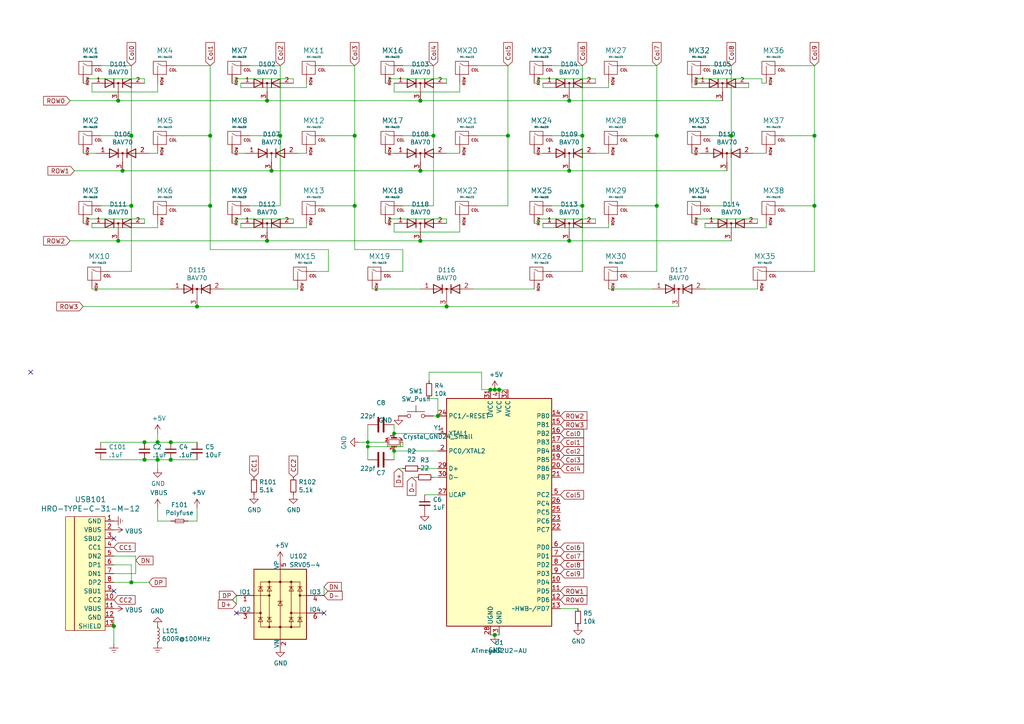
<source format=kicad_sch>
(kicad_sch (version 20220103) (generator eeschema)
  (paper "A4")
  (junction (at 77.47 69.85) (diameter 1.016))
  (junction (at 168.91 59.69) (diameter 1.016))
  (junction (at 81.28 39.37) (diameter 1.016))
  (junction (at 121.92 29.21) (diameter 1.016))
  (junction (at 38.1 168.91) (diameter 1.016))
  (junction (at 78.74 49.53) (diameter 1.016))
  (junction (at 38.1 59.69) (diameter 1.016))
  (junction (at 102.87 39.37) (diameter 1.016))
  (junction (at 45.72 133.35) (diameter 1.016))
  (junction (at 114.3 130.81))
  (junction (at 190.5 39.37) (diameter 1.016))
  (junction (at 168.91 39.37) (diameter 1.016))
  (junction (at 106.68 129.54))
  (junction (at 114.3 125.73))
  (junction (at 212.09 39.37) (diameter 1.016))
  (junction (at 60.96 59.69) (diameter 1.016))
  (junction (at 129.54 88.9) (diameter 1.016))
  (junction (at 144.78 113.03) (diameter 1.016))
  (junction (at 165.1 29.21) (diameter 1.016))
  (junction (at 106.68 128.27))
  (junction (at 165.1 69.85) (diameter 1.016))
  (junction (at 121.92 69.85) (diameter 1.016))
  (junction (at 236.22 59.69) (diameter 1.016))
  (junction (at 45.72 128.27) (diameter 1.016))
  (junction (at 77.47 29.21) (diameter 1.016))
  (junction (at 143.51 184.15) (diameter 1.016))
  (junction (at 143.51 113.03) (diameter 1.016))
  (junction (at 57.15 88.9) (diameter 1.016))
  (junction (at 102.87 59.69) (diameter 1.016))
  (junction (at 34.29 69.85) (diameter 1.016))
  (junction (at 142.24 113.03) (diameter 1.016))
  (junction (at 41.91 133.35) (diameter 1.016))
  (junction (at 127 120.65) (diameter 1.016))
  (junction (at 35.56 49.53) (diameter 1.016))
  (junction (at 236.22 39.37) (diameter 1.016))
  (junction (at 38.1 39.37) (diameter 1.016))
  (junction (at 49.53 133.35) (diameter 1.016))
  (junction (at 60.96 39.37) (diameter 1.016))
  (junction (at 147.32 39.37) (diameter 1.016))
  (junction (at 41.91 128.27) (diameter 1.016))
  (junction (at 34.29 29.21) (diameter 1.016))
  (junction (at 165.1 49.53) (diameter 1.016))
  (junction (at 125.73 39.37) (diameter 1.016))
  (junction (at 49.53 128.27) (diameter 1.016))
  (junction (at 33.02 181.61) (diameter 1.016))
  (junction (at 190.5 59.69) (diameter 1.016))
  (junction (at 121.92 49.53) (diameter 1.016))
  (no_connect (at 33.02 171.45))
  (no_connect (at 8.89 107.95))
  (no_connect (at -24.13 93.98))
  (no_connect (at 68.58 177.8))
  (no_connect (at 93.98 177.8))
  (no_connect (at 33.02 156.21))
  (wire (pts (xy 34.29 69.85) (xy 77.47 69.85)))
  (wire (pts (xy 160.02 39.37) (xy 168.91 39.37)))
  (wire (pts (xy 113.03 22.86) (xy 129.54 22.86)))
  (wire (pts (xy 33.02 179.07) (xy 33.02 181.61)))
  (wire (pts (xy 116.84 72.39) (xy 102.87 72.39)))
  (wire (pts (xy 24.13 64.77) (xy 25.4 64.77)))
  (wire (pts (xy 165.1 29.21) (xy 209.55 29.21)))
  (wire (pts (xy 222.25 64.77) (xy 222.25 66.04)))
  (wire (pts (xy 25.4 24.13) (xy 25.4 22.86)))
  (wire (pts (xy 86.36 44.45) (xy 88.9 44.45)))
  (wire (pts (xy 156.21 64.77) (xy 156.21 63.5)))
  (wire (pts (xy 160.02 19.05) (xy 168.91 19.05)))
  (wire (pts (xy 45.72 135.89) (xy 45.72 133.35)))
  (wire (pts (xy 157.48 44.45) (xy 154.94 44.45)))
  (wire (pts (xy 168.91 39.37) (xy 168.91 59.69)))
  (wire (pts (xy 45.72 151.13) (xy 49.53 151.13)))
  (wire (pts (xy 49.53 133.35) (xy 45.72 133.35)))
  (wire (pts (xy 114.3 26.67) (xy 114.3 24.13)))
  (wire (pts (xy 124.46 110.49) (xy 124.46 107.95)))
  (wire (pts (xy 45.72 26.67) (xy 26.67 26.67)))
  (wire (pts (xy 157.48 66.04) (xy 157.48 64.77)))
  (wire (pts (xy 121.92 69.85) (xy 165.1 69.85)))
  (wire (pts (xy 69.85 66.04) (xy 69.85 64.77)))
  (wire (pts (xy 45.72 128.27) (xy 49.53 128.27)))
  (wire (pts (xy 115.57 135.89) (xy 116.84 135.89)))
  (wire (pts (xy 125.73 19.05) (xy 125.73 39.37)))
  (wire (pts (xy 222.25 24.13) (xy 220.98 24.13)))
  (wire (pts (xy 154.94 24.13) (xy 156.21 24.13)))
  (wire (pts (xy 138.43 19.05) (xy 147.32 19.05)))
  (wire (pts (xy 116.84 19.05) (xy 125.73 19.05)))
  (wire (pts (xy 38.1 163.83) (xy 38.1 168.91)))
  (wire (pts (xy 204.47 83.82) (xy 219.71 83.82)))
  (wire (pts (xy 139.7 107.95) (xy 139.7 113.03)))
  (wire (pts (xy 93.98 170.18) (xy 93.98 172.72)))
  (wire (pts (xy 24.13 44.45) (xy 27.94 44.45)))
  (wire (pts (xy 25.4 22.86) (xy 41.91 22.86)))
  (wire (pts (xy 172.72 63.5) (xy 172.72 64.77)))
  (wire (pts (xy 26.67 66.04) (xy 26.67 64.77)))
  (wire (pts (xy 160.02 78.74) (xy 168.91 78.74)))
  (wire (pts (xy 106.68 123.19) (xy 106.68 128.27)))
  (wire (pts (xy 72.39 19.05) (xy 81.28 19.05)))
  (wire (pts (xy 176.53 83.82) (xy 189.23 83.82)))
  (wire (pts (xy 201.93 63.5) (xy 219.71 63.5)))
  (wire (pts (xy 77.47 29.21) (xy 121.92 29.21)))
  (wire (pts (xy 69.85 25.4) (xy 69.85 24.13)))
  (wire (pts (xy 57.15 147.32) (xy 57.15 151.13)))
  (wire (pts (xy 114.3 125.73) (xy 127 125.73)))
  (wire (pts (xy 68.58 24.13) (xy 68.58 22.86)))
  (wire (pts (xy 24.13 88.9) (xy 57.15 88.9)))
  (wire (pts (xy 133.35 64.77) (xy 133.35 67.31)))
  (wire (pts (xy 123.19 143.51) (xy 127 143.51)))
  (wire (pts (xy 116.84 128.27) (xy 116.84 129.54)))
  (wire (pts (xy 49.53 128.27) (xy 57.15 128.27)))
  (wire (pts (xy 156.21 22.86) (xy 172.72 22.86)))
  (wire (pts (xy 172.72 22.86) (xy 172.72 24.13)))
  (wire (pts (xy 106.68 128.27) (xy 106.68 129.54)))
  (wire (pts (xy 181.61 39.37) (xy 190.5 39.37)))
  (wire (pts (xy 45.72 64.77) (xy 45.72 66.04)))
  (wire (pts (xy 85.09 22.86) (xy 85.09 24.13)))
  (wire (pts (xy 165.1 69.85) (xy 212.09 69.85)))
  (wire (pts (xy 222.25 66.04) (xy 204.47 66.04)))
  (wire (pts (xy 201.93 64.77) (xy 201.93 63.5)))
  (wire (pts (xy 113.03 64.77) (xy 113.03 63.5)))
  (wire (pts (xy 212.09 59.69) (xy 212.09 39.37)))
  (wire (pts (xy 138.43 39.37) (xy 147.32 39.37)))
  (wire (pts (xy 160.02 59.69) (xy 168.91 59.69)))
  (wire (pts (xy 29.21 59.69) (xy 38.1 59.69)))
  (wire (pts (xy 31.75 78.74) (xy 38.1 78.74)))
  (wire (pts (xy 38.1 59.69) (xy 38.1 78.74)))
  (wire (pts (xy 38.1 19.05) (xy 38.1 39.37)))
  (wire (pts (xy 190.5 59.69) (xy 190.5 78.74)))
  (wire (pts (xy 168.91 59.69) (xy 168.91 78.74)))
  (wire (pts (xy 60.96 19.05) (xy 60.96 39.37)))
  (wire (pts (xy 25.4 64.77) (xy 25.4 63.5)))
  (wire (pts (xy 45.72 24.13) (xy 45.72 26.67)))
  (wire (pts (xy 201.93 22.86) (xy 201.93 24.13)))
  (wire (pts (xy 200.66 64.77) (xy 201.93 64.77)))
  (wire (pts (xy 88.9 66.04) (xy 69.85 66.04)))
  (wire (pts (xy 217.17 25.4) (xy 217.17 24.13)))
  (wire (pts (xy 116.84 78.74) (xy 116.84 72.39)))
  (wire (pts (xy 156.21 24.13) (xy 156.21 22.86)))
  (wire (pts (xy 29.21 39.37) (xy 38.1 39.37)))
  (wire (pts (xy 236.22 39.37) (xy 236.22 59.69)))
  (wire (pts (xy 121.92 29.21) (xy 165.1 29.21)))
  (wire (pts (xy 91.44 78.74) (xy 95.25 78.74)))
  (wire (pts (xy 127 115.57) (xy 124.46 115.57)))
  (wire (pts (xy 143.51 184.15) (xy 144.78 184.15)))
  (wire (pts (xy 39.37 161.29) (xy 33.02 161.29)))
  (wire (pts (xy 125.73 39.37) (xy 125.73 59.69)))
  (wire (pts (xy 85.09 63.5) (xy 85.09 64.77)))
  (wire (pts (xy 60.96 39.37) (xy 60.96 59.69)))
  (wire (pts (xy 114.3 67.31) (xy 114.3 64.77)))
  (wire (pts (xy 119.38 138.43) (xy 120.65 138.43)))
  (wire (pts (xy 139.7 113.03) (xy 142.24 113.03)))
  (wire (pts (xy 113.03 24.13) (xy 113.03 22.86)))
  (wire (pts (xy 102.87 72.39) (xy 102.87 59.69)))
  (wire (pts (xy 35.56 49.53) (xy 78.74 49.53)))
  (wire (pts (xy 156.21 63.5) (xy 172.72 63.5)))
  (wire (pts (xy 224.79 78.74) (xy 236.22 78.74)))
  (wire (pts (xy 137.16 83.82) (xy 154.94 83.82)))
  (wire (pts (xy 154.94 64.77) (xy 156.21 64.77)))
  (wire (pts (xy 236.22 19.05) (xy 236.22 39.37)))
  (wire (pts (xy 88.9 25.4) (xy 69.85 25.4)))
  (wire (pts (xy 176.53 24.13) (xy 176.53 25.4)))
  (wire (pts (xy 121.92 135.89) (xy 127 135.89)))
  (wire (pts (xy 220.98 22.86) (xy 201.93 22.86)))
  (wire (pts (xy 114.3 130.81) (xy 114.3 133.35)))
  (wire (pts (xy 168.91 19.05) (xy 168.91 39.37)))
  (wire (pts (xy 29.21 133.35) (xy 41.91 133.35)))
  (wire (pts (xy 147.32 19.05) (xy 147.32 39.37)))
  (wire (pts (xy 176.53 64.77) (xy 176.53 66.04)))
  (wire (pts (xy 157.48 25.4) (xy 157.48 24.13)))
  (wire (pts (xy 60.96 72.39) (xy 95.25 72.39)))
  (wire (pts (xy 176.53 25.4) (xy 157.48 25.4)))
  (wire (pts (xy 127 138.43) (xy 125.73 138.43)))
  (wire (pts (xy 113.03 78.74) (xy 116.84 78.74)))
  (wire (pts (xy 43.18 168.91) (xy 38.1 168.91)))
  (wire (pts (xy 181.61 59.69) (xy 190.5 59.69)))
  (wire (pts (xy 114.3 123.19) (xy 114.3 125.73)))
  (wire (pts (xy 64.77 83.82) (xy 86.36 83.82)))
  (wire (pts (xy 50.8 19.05) (xy 60.96 19.05)))
  (wire (pts (xy 45.72 66.04) (xy 26.67 66.04)))
  (wire (pts (xy 25.4 63.5) (xy 41.91 63.5)))
  (wire (pts (xy 50.8 39.37) (xy 60.96 39.37)))
  (wire (pts (xy 33.02 163.83) (xy 38.1 163.83)))
  (wire (pts (xy 106.68 129.54) (xy 106.68 133.35)))
  (wire (pts (xy 111.76 44.45) (xy 114.3 44.45)))
  (wire (pts (xy 95.25 72.39) (xy 95.25 78.74)))
  (wire (pts (xy 227.33 19.05) (xy 236.22 19.05)))
  (wire (pts (xy 104.14 128.27) (xy 106.68 128.27)))
  (wire (pts (xy 67.31 24.13) (xy 68.58 24.13)))
  (wire (pts (xy 45.72 133.35) (xy 41.91 133.35)))
  (wire (pts (xy 138.43 59.69) (xy 147.32 59.69)))
  (wire (pts (xy 38.1 168.91) (xy 33.02 168.91)))
  (wire (pts (xy 203.2 44.45) (xy 200.66 44.45)))
  (wire (pts (xy 57.15 151.13) (xy 54.61 151.13)))
  (wire (pts (xy 88.9 24.13) (xy 88.9 25.4)))
  (wire (pts (xy 212.09 39.37) (xy 212.09 19.05)))
  (wire (pts (xy 142.24 184.15) (xy 143.51 184.15)))
  (wire (pts (xy 107.95 83.82) (xy 121.92 83.82)))
  (wire (pts (xy 181.61 78.74) (xy 190.5 78.74)))
  (wire (pts (xy 144.78 113.03) (xy 143.51 113.03)))
  (wire (pts (xy 116.84 129.54) (xy 106.68 129.54)))
  (wire (pts (xy 205.74 39.37) (xy 212.09 39.37)))
  (wire (pts (xy 200.66 25.4) (xy 217.17 25.4)))
  (wire (pts (xy 21.59 49.53) (xy 35.56 49.53)))
  (wire (pts (xy 133.35 26.67) (xy 114.3 26.67)))
  (wire (pts (xy 190.5 39.37) (xy 190.5 59.69)))
  (wire (pts (xy 227.33 59.69) (xy 236.22 59.69)))
  (wire (pts (xy 33.02 181.61) (xy 33.02 186.69)))
  (wire (pts (xy 129.54 22.86) (xy 129.54 24.13)))
  (wire (pts (xy 81.28 19.05) (xy 81.28 39.37)))
  (wire (pts (xy 219.71 63.5) (xy 219.71 64.77)))
  (wire (pts (xy 45.72 147.32) (xy 45.72 151.13)))
  (wire (pts (xy 33.02 166.37) (xy 39.37 166.37)))
  (wire (pts (xy 200.66 24.13) (xy 200.66 25.4)))
  (wire (pts (xy 78.74 49.53) (xy 121.92 49.53)))
  (wire (pts (xy 176.53 66.04) (xy 157.48 66.04)))
  (wire (pts (xy 41.91 63.5) (xy 41.91 64.77)))
  (wire (pts (xy 68.58 64.77) (xy 68.58 63.5)))
  (wire (pts (xy 38.1 39.37) (xy 38.1 59.69)))
  (wire (pts (xy 147.32 39.37) (xy 147.32 59.69)))
  (wire (pts (xy 102.87 39.37) (xy 102.87 59.69)))
  (wire (pts (xy 20.32 69.85) (xy 34.29 69.85)))
  (wire (pts (xy 204.47 66.04) (xy 204.47 64.77)))
  (wire (pts (xy 142.24 113.03) (xy 143.51 113.03)))
  (wire (pts (xy 34.29 29.21) (xy 77.47 29.21)))
  (wire (pts (xy 71.12 44.45) (xy 67.31 44.45)))
  (wire (pts (xy 220.98 24.13) (xy 220.98 22.86)))
  (wire (pts (xy 50.8 59.69) (xy 60.96 59.69)))
  (wire (pts (xy 165.1 49.53) (xy 210.82 49.53)))
  (wire (pts (xy 41.91 128.27) (xy 45.72 128.27)))
  (wire (pts (xy 111.76 64.77) (xy 113.03 64.77)))
  (wire (pts (xy 133.35 67.31) (xy 114.3 67.31)))
  (wire (pts (xy 68.58 172.72) (xy 68.58 175.26)))
  (wire (pts (xy 77.47 69.85) (xy 121.92 69.85)))
  (wire (pts (xy 227.33 39.37) (xy 236.22 39.37)))
  (wire (pts (xy 29.21 19.05) (xy 38.1 19.05)))
  (wire (pts (xy 57.15 88.9) (xy 129.54 88.9)))
  (wire (pts (xy 236.22 59.69) (xy 236.22 78.74)))
  (wire (pts (xy 114.3 130.81) (xy 127 130.81)))
  (wire (pts (xy 205.74 19.05) (xy 212.09 19.05)))
  (wire (pts (xy 67.31 64.77) (xy 68.58 64.77)))
  (wire (pts (xy 41.91 22.86) (xy 41.91 24.13)))
  (wire (pts (xy 172.72 44.45) (xy 176.53 44.45)))
  (wire (pts (xy 93.98 39.37) (xy 102.87 39.37)))
  (wire (pts (xy 129.54 88.9) (xy 196.85 88.9)))
  (wire (pts (xy 93.98 19.05) (xy 102.87 19.05)))
  (wire (pts (xy 60.96 59.69) (xy 60.96 72.39)))
  (wire (pts (xy 72.39 39.37) (xy 81.28 39.37)))
  (wire (pts (xy 68.58 63.5) (xy 85.09 63.5)))
  (wire (pts (xy 26.67 26.67) (xy 26.67 24.13)))
  (wire (pts (xy 133.35 44.45) (xy 129.54 44.45)))
  (wire (pts (xy 127 120.65) (xy 125.73 120.65)))
  (wire (pts (xy 45.72 128.27) (xy 45.72 125.73)))
  (wire (pts (xy 26.67 83.82) (xy 49.53 83.82)))
  (wire (pts (xy 127 120.65) (xy 127 115.57)))
  (wire (pts (xy 39.37 161.29) (xy 39.37 166.37)))
  (wire (pts (xy 116.84 39.37) (xy 125.73 39.37)))
  (wire (pts (xy 29.21 128.27) (xy 41.91 128.27)))
  (wire (pts (xy 162.56 176.53) (xy 167.64 176.53)))
  (wire (pts (xy 144.78 113.03) (xy 147.32 113.03)))
  (wire (pts (xy 43.18 44.45) (xy 45.72 44.45)))
  (wire (pts (xy 81.28 39.37) (xy 81.28 59.69)))
  (wire (pts (xy 133.35 24.13) (xy 133.35 26.67)))
  (wire (pts (xy 205.74 59.69) (xy 212.09 59.69)))
  (wire (pts (xy 102.87 19.05) (xy 102.87 39.37)))
  (wire (pts (xy 218.44 44.45) (xy 222.25 44.45)))
  (wire (pts (xy 20.32 29.21) (xy 34.29 29.21)))
  (wire (pts (xy 181.61 19.05) (xy 190.5 19.05)))
  (wire (pts (xy 106.68 128.27) (xy 111.76 128.27)))
  (wire (pts (xy 124.46 107.95) (xy 139.7 107.95)))
  (wire (pts (xy 113.03 63.5) (xy 129.54 63.5)))
  (wire (pts (xy 111.76 24.13) (xy 113.03 24.13)))
  (wire (pts (xy 88.9 64.77) (xy 88.9 66.04)))
  (wire (pts (xy 57.15 133.35) (xy 49.53 133.35)))
  (wire (pts (xy 93.98 59.69) (xy 102.87 59.69)))
  (wire (pts (xy 121.92 49.53) (xy 165.1 49.53)))
  (wire (pts (xy 72.39 59.69) (xy 81.28 59.69)))
  (wire (pts (xy 190.5 19.05) (xy 190.5 39.37)))
  (wire (pts (xy 68.58 22.86) (xy 85.09 22.86)))
  (wire (pts (xy 116.84 59.69) (xy 125.73 59.69)))
  (wire (pts (xy 24.13 24.13) (xy 25.4 24.13)))
  (wire (pts (xy 129.54 63.5) (xy 129.54 64.77)))
  (global_label "DP" (shape input) (at 43.18 168.91 0) (property "Intersheet References" "${INTERSHEET_REFS}" (effects hide)))
  (global_label "Col8" (shape input) (at 162.56 163.83 0) (property "Intersheet References" "${INTERSHEET_REFS}" (effects hide)))
  (global_label "CC1" (shape input) (at 33.02 158.75 0) (property "Intersheet References" "${INTERSHEET_REFS}" (effects hide)))
  (global_label "Col4" (shape input) (at 162.56 135.89 0) (property "Intersheet References" "${INTERSHEET_REFS}" (effects hide)))
  (global_label "Col0" (shape input) (at 162.56 125.73 0) (property "Intersheet References" "${INTERSHEET_REFS}" (effects hide)))
  (global_label "Col4" (shape input) (at 125.73 19.05 90) (property "Intersheet References" "${INTERSHEET_REFS}" (effects hide)))
  (global_label "Col7" (shape input) (at 162.56 161.29 0) (property "Intersheet References" "${INTERSHEET_REFS}" (effects hide)))
  (global_label "Col3" (shape input) (at 102.87 19.05 90) (property "Intersheet References" "${INTERSHEET_REFS}" (effects hide)))
  (global_label "Col5" (shape input) (at 147.32 19.05 90) (property "Intersheet References" "${INTERSHEET_REFS}" (effects hide)))
  (global_label "DN" (shape input) (at 39.37 162.56 0) (property "Intersheet References" "${INTERSHEET_REFS}" (effects hide)))
  (global_label "ROW0" (shape input) (at 162.56 173.99 0) (property "Intersheet References" "${INTERSHEET_REFS}" (effects hide)))
  (global_label "DP" (shape input) (at 68.58 172.72 180) (property "Intersheet References" "${INTERSHEET_REFS}" (effects hide)))
  (global_label "ROW1" (shape input) (at 21.59 49.53 180) (property "Intersheet References" "${INTERSHEET_REFS}" (effects hide)))
  (global_label "ROW2" (shape input) (at 20.32 69.85 180) (property "Intersheet References" "${INTERSHEET_REFS}" (effects hide)))
  (global_label "Col1" (shape input) (at 60.96 19.05 90) (property "Intersheet References" "${INTERSHEET_REFS}" (effects hide)))
  (global_label "Col9" (shape input) (at 162.56 166.37 0) (property "Intersheet References" "${INTERSHEET_REFS}" (effects hide)))
  (global_label "Col8" (shape input) (at 212.09 19.05 90) (property "Intersheet References" "${INTERSHEET_REFS}" (effects hide)))
  (global_label "D-" (shape input) (at 119.38 138.43 270) (property "Intersheet References" "${INTERSHEET_REFS}" (effects hide)))
  (global_label "ROW2" (shape input) (at 162.56 120.65 0) (property "Intersheet References" "${INTERSHEET_REFS}" (effects hide)))
  (global_label "Col7" (shape input) (at 190.5 19.05 90) (property "Intersheet References" "${INTERSHEET_REFS}" (effects hide)))
  (global_label "D+" (shape input) (at 68.58 175.26 180) (property "Intersheet References" "${INTERSHEET_REFS}" (effects hide)))
  (global_label "CC1" (shape input) (at 73.66 138.43 90) (property "Intersheet References" "${INTERSHEET_REFS}" (effects hide)))
  (global_label "DN" (shape input) (at 93.98 170.18 0) (property "Intersheet References" "${INTERSHEET_REFS}" (effects hide)))
  (global_label "D-" (shape input) (at 93.98 172.72 0) (property "Intersheet References" "${INTERSHEET_REFS}" (effects hide)))
  (global_label "Col0" (shape input) (at 38.1 19.05 90) (property "Intersheet References" "${INTERSHEET_REFS}" (effects hide)))
  (global_label "ROW3" (shape input) (at 162.56 123.19 0) (property "Intersheet References" "${INTERSHEET_REFS}" (effects hide)))
  (global_label "Col9" (shape input) (at 236.22 19.05 90) (property "Intersheet References" "${INTERSHEET_REFS}" (effects hide)))
  (global_label "Col5" (shape input) (at 162.56 143.51 0) (property "Intersheet References" "${INTERSHEET_REFS}" (effects hide)))
  (global_label "D+" (shape input) (at 115.57 135.89 270) (property "Intersheet References" "${INTERSHEET_REFS}" (effects hide)))
  (global_label "CC2" (shape input) (at 85.09 138.43 90) (property "Intersheet References" "${INTERSHEET_REFS}" (effects hide)))
  (global_label "Col3" (shape input) (at 162.56 133.35 0) (property "Intersheet References" "${INTERSHEET_REFS}" (effects hide)))
  (global_label "Col6" (shape input) (at 162.56 158.75 0) (property "Intersheet References" "${INTERSHEET_REFS}" (effects hide)))
  (global_label "Col2" (shape input) (at 81.28 19.05 90) (property "Intersheet References" "${INTERSHEET_REFS}" (effects hide)))
  (global_label "Col1" (shape input) (at 162.56 128.27 0) (property "Intersheet References" "${INTERSHEET_REFS}" (effects hide)))
  (global_label "ROW0" (shape input) (at 20.32 29.21 180) (property "Intersheet References" "${INTERSHEET_REFS}" (effects hide)))
  (global_label "CC2" (shape input) (at 33.02 173.99 0) (property "Intersheet References" "${INTERSHEET_REFS}" (effects hide)))
  (global_label "ROW1" (shape input) (at 162.56 171.45 0) (property "Intersheet References" "${INTERSHEET_REFS}" (effects hide)))
  (global_label "Col2" (shape input) (at 162.56 130.81 0) (property "Intersheet References" "${INTERSHEET_REFS}" (effects hide)))
  (global_label "Col6" (shape input) (at 168.91 19.05 90) (property "Intersheet References" "${INTERSHEET_REFS}" (effects hide)))
  (global_label "ROW3" (shape input) (at 24.13 88.9 180) (property "Intersheet References" "${INTERSHEET_REFS}" (effects hide)))
  (symbol (lib_id "Adalyn-rescue:MX-NoLED-MX_Alps_Hybrid") (at 25.4 20.32 0) (unit 1)
    (property "Reference" "MX1" (at 26.2382 14.6558 0) (effects (font (size 1.524 1.524))))
    (property "Value" "MX-NoLED" (at 26.2382 16.5354 0) (effects (font (size 0.508 0.508))))
    (property "Footprint" "marbastlib-mx:SW_MX_1u" (effects hide))
  )
  (symbol (lib_id "Adalyn-rescue:MX-NoLED-MX_Alps_Hybrid") (at 46.99 20.32 0) (unit 1)
    (property "Reference" "MX4" (at 47.8282 14.6558 0) (effects (font (size 1.524 1.524))))
    (property "Value" "MX-NoLED" (at 47.8282 16.5354 0) (effects (font (size 0.508 0.508))))
    (property "Footprint" "marbastlib-mx:SW_MX_1u" (effects hide))
  )
  (symbol (lib_id "Adalyn-rescue:MX-NoLED-MX_Alps_Hybrid") (at 68.58 20.32 0) (unit 1)
    (property "Reference" "MX7" (at 69.4182 14.6558 0) (effects (font (size 1.524 1.524))))
    (property "Value" "MX-NoLED" (at 69.4182 16.5354 0) (effects (font (size 0.508 0.508))))
    (property "Footprint" "marbastlib-mx:SW_MX_1u" (effects hide))
  )
  (symbol (lib_id "Adalyn-rescue:MX-NoLED-MX_Alps_Hybrid") (at 90.17 20.32 0) (unit 1)
    (property "Reference" "MX11" (at 91.0082 14.6558 0) (effects (font (size 1.524 1.524))))
    (property "Value" "MX-NoLED" (at 91.0082 16.5354 0) (effects (font (size 0.508 0.508))))
    (property "Footprint" "marbastlib-mx:SW_MX_1u" (effects hide))
  )
  (symbol (lib_id "Adalyn-rescue:MX-NoLED-MX_Alps_Hybrid") (at 113.03 20.32 0) (unit 1)
    (property "Reference" "MX16" (at 113.8682 14.6558 0) (effects (font (size 1.524 1.524))))
    (property "Value" "MX-NoLED" (at 113.8682 16.5354 0) (effects (font (size 0.508 0.508))))
    (property "Footprint" "marbastlib-mx:SW_MX_1u" (effects hide))
  )
  (symbol (lib_id "Adalyn-rescue:MX-NoLED-MX_Alps_Hybrid") (at 134.62 20.32 0) (unit 1)
    (property "Reference" "MX20" (at 135.4582 14.6558 0) (effects (font (size 1.524 1.524))))
    (property "Value" "MX-NoLED" (at 135.4582 16.5354 0) (effects (font (size 0.508 0.508))))
    (property "Footprint" "marbastlib-mx:SW_MX_1u" (effects hide))
  )
  (symbol (lib_id "Adalyn-rescue:MX-NoLED-MX_Alps_Hybrid") (at 156.21 20.32 0) (unit 1)
    (property "Reference" "MX23" (at 157.0482 14.6558 0) (effects (font (size 1.524 1.524))))
    (property "Value" "MX-NoLED" (at 157.0482 16.5354 0) (effects (font (size 0.508 0.508))))
    (property "Footprint" "marbastlib-mx:SW_MX_1u" (effects hide))
  )
  (symbol (lib_id "Adalyn-rescue:MX-NoLED-MX_Alps_Hybrid") (at 177.8 20.32 0) (unit 1)
    (property "Reference" "MX27" (at 178.6382 14.6558 0) (effects (font (size 1.524 1.524))))
    (property "Value" "MX-NoLED" (at 178.6382 16.5354 0) (effects (font (size 0.508 0.508))))
    (property "Footprint" "marbastlib-mx:SW_MX_1u" (effects hide))
  )
  (symbol (lib_id "Adalyn-rescue:MX-NoLED-MX_Alps_Hybrid") (at 201.93 20.32 0) (unit 1)
    (property "Reference" "MX32" (at 202.7682 14.6558 0) (effects (font (size 1.524 1.524))))
    (property "Value" "MX-NoLED" (at 202.7682 16.5354 0) (effects (font (size 0.508 0.508))))
    (property "Footprint" "marbastlib-mx:SW_MX_1u" (effects hide))
  )
  (symbol (lib_id "Adalyn-rescue:MX-NoLED-MX_Alps_Hybrid") (at 223.52 20.32 0) (unit 1)
    (property "Reference" "MX36" (at 224.3582 14.6558 0) (effects (font (size 1.524 1.524))))
    (property "Value" "MX-NoLED" (at 224.3582 16.5354 0) (effects (font (size 0.508 0.508))))
    (property "Footprint" "marbastlib-mx:SW_MX_1u" (effects hide))
  )
  (symbol (lib_id "Adalyn-rescue:MX-NoLED-MX_Alps_Hybrid") (at 25.4 40.64 0) (unit 1)
    (property "Reference" "MX2" (at 26.2382 34.9758 0) (effects (font (size 1.524 1.524))))
    (property "Value" "MX-NoLED" (at 26.2382 36.8554 0) (effects (font (size 0.508 0.508))))
    (property "Footprint" "marbastlib-mx:SW_MX_1u" (effects hide))
  )
  (symbol (lib_id "Adalyn-rescue:MX-NoLED-MX_Alps_Hybrid") (at 46.99 40.64 0) (unit 1)
    (property "Reference" "MX5" (at 47.8282 34.9758 0) (effects (font (size 1.524 1.524))))
    (property "Value" "MX-NoLED" (at 47.8282 36.8554 0) (effects (font (size 0.508 0.508))))
    (property "Footprint" "marbastlib-mx:SW_MX_1u" (effects hide))
  )
  (symbol (lib_id "Adalyn-rescue:MX-NoLED-MX_Alps_Hybrid") (at 68.58 40.64 0) (unit 1)
    (property "Reference" "MX8" (at 69.4182 34.9758 0) (effects (font (size 1.524 1.524))))
    (property "Value" "MX-NoLED" (at 69.4182 36.8554 0) (effects (font (size 0.508 0.508))))
    (property "Footprint" "marbastlib-mx:SW_MX_1u" (effects hide))
  )
  (symbol (lib_id "Adalyn-rescue:MX-NoLED-MX_Alps_Hybrid") (at 90.17 40.64 0) (unit 1)
    (property "Reference" "MX12" (at 91.0082 34.9758 0) (effects (font (size 1.524 1.524))))
    (property "Value" "MX-NoLED" (at 91.0082 36.8554 0) (effects (font (size 0.508 0.508))))
    (property "Footprint" "marbastlib-mx:SW_MX_1u" (effects hide))
  )
  (symbol (lib_id "Adalyn-rescue:MX-NoLED-MX_Alps_Hybrid") (at 113.03 40.64 0) (unit 1)
    (property "Reference" "MX17" (at 113.8682 34.9758 0) (effects (font (size 1.524 1.524))))
    (property "Value" "MX-NoLED" (at 113.8682 36.8554 0) (effects (font (size 0.508 0.508))))
    (property "Footprint" "marbastlib-mx:SW_MX_1u" (effects hide))
  )
  (symbol (lib_id "Adalyn-rescue:MX-NoLED-MX_Alps_Hybrid") (at 134.62 40.64 0) (unit 1)
    (property "Reference" "MX21" (at 135.4582 34.9758 0) (effects (font (size 1.524 1.524))))
    (property "Value" "MX-NoLED" (at 135.4582 36.8554 0) (effects (font (size 0.508 0.508))))
    (property "Footprint" "marbastlib-mx:SW_MX_1u" (effects hide))
  )
  (symbol (lib_id "Adalyn-rescue:MX-NoLED-MX_Alps_Hybrid") (at 156.21 40.64 0) (unit 1)
    (property "Reference" "MX24" (at 157.0482 34.9758 0) (effects (font (size 1.524 1.524))))
    (property "Value" "MX-NoLED" (at 157.0482 36.8554 0) (effects (font (size 0.508 0.508))))
    (property "Footprint" "marbastlib-mx:SW_MX_1u" (effects hide))
  )
  (symbol (lib_id "Adalyn-rescue:MX-NoLED-MX_Alps_Hybrid") (at 177.8 40.64 0) (unit 1)
    (property "Reference" "MX28" (at 178.6382 34.9758 0) (effects (font (size 1.524 1.524))))
    (property "Value" "MX-NoLED" (at 178.6382 36.8554 0) (effects (font (size 0.508 0.508))))
    (property "Footprint" "marbastlib-mx:SW_MX_1u" (effects hide))
  )
  (symbol (lib_id "Adalyn-rescue:MX-NoLED-MX_Alps_Hybrid") (at 201.93 40.64 0) (unit 1)
    (property "Reference" "MX33" (at 202.7682 34.9758 0) (effects (font (size 1.524 1.524))))
    (property "Value" "MX-NoLED" (at 202.7682 36.8554 0) (effects (font (size 0.508 0.508))))
    (property "Footprint" "marbastlib-mx:SW_MX_1u" (effects hide))
  )
  (symbol (lib_id "Adalyn-rescue:MX-NoLED-MX_Alps_Hybrid") (at 223.52 40.64 0) (unit 1)
    (property "Reference" "MX37" (at 224.3582 34.9758 0) (effects (font (size 1.524 1.524))))
    (property "Value" "MX-NoLED" (at 224.3582 36.8554 0) (effects (font (size 0.508 0.508))))
    (property "Footprint" "marbastlib-mx:SW_MX_1u" (effects hide))
  )
  (symbol (lib_id "Adalyn-rescue:MX-NoLED-MX_Alps_Hybrid") (at 25.4 60.96 0) (unit 1)
    (property "Reference" "MX3" (at 26.2382 55.2958 0) (effects (font (size 1.524 1.524))))
    (property "Value" "MX-NoLED" (at 26.2382 57.1754 0) (effects (font (size 0.508 0.508))))
    (property "Footprint" "marbastlib-mx:SW_MX_1u" (effects hide))
  )
  (symbol (lib_id "Adalyn-rescue:MX-NoLED-MX_Alps_Hybrid") (at 46.99 60.96 0) (unit 1)
    (property "Reference" "MX6" (at 47.8282 55.2958 0) (effects (font (size 1.524 1.524))))
    (property "Value" "MX-NoLED" (at 47.8282 57.1754 0) (effects (font (size 0.508 0.508))))
    (property "Footprint" "marbastlib-mx:SW_MX_1u" (effects hide))
  )
  (symbol (lib_id "Adalyn-rescue:MX-NoLED-MX_Alps_Hybrid") (at 68.58 60.96 0) (unit 1)
    (property "Reference" "MX9" (at 69.4182 55.2958 0) (effects (font (size 1.524 1.524))))
    (property "Value" "MX-NoLED" (at 69.4182 57.1754 0) (effects (font (size 0.508 0.508))))
    (property "Footprint" "marbastlib-mx:SW_MX_1u" (effects hide))
  )
  (symbol (lib_id "Adalyn-rescue:MX-NoLED-MX_Alps_Hybrid") (at 90.17 60.96 0) (unit 1)
    (property "Reference" "MX13" (at 91.0082 55.2958 0) (effects (font (size 1.524 1.524))))
    (property "Value" "MX-NoLED" (at 91.0082 57.1754 0) (effects (font (size 0.508 0.508))))
    (property "Footprint" "marbastlib-mx:SW_MX_1u" (effects hide))
  )
  (symbol (lib_id "Adalyn-rescue:MX-NoLED-MX_Alps_Hybrid") (at 113.03 60.96 0) (unit 1)
    (property "Reference" "MX18" (at 113.8682 55.2958 0) (effects (font (size 1.524 1.524))))
    (property "Value" "MX-NoLED" (at 113.8682 57.1754 0) (effects (font (size 0.508 0.508))))
    (property "Footprint" "marbastlib-mx:SW_MX_1u" (effects hide))
  )
  (symbol (lib_id "Adalyn-rescue:MX-NoLED-MX_Alps_Hybrid") (at 134.62 60.96 0) (unit 1)
    (property "Reference" "MX22" (at 135.4582 55.2958 0) (effects (font (size 1.524 1.524))))
    (property "Value" "MX-NoLED" (at 135.4582 57.1754 0) (effects (font (size 0.508 0.508))))
    (property "Footprint" "marbastlib-mx:SW_MX_1u" (effects hide))
  )
  (symbol (lib_id "Adalyn-rescue:MX-NoLED-MX_Alps_Hybrid") (at 156.21 60.96 0) (unit 1)
    (property "Reference" "MX25" (at 157.0482 55.2958 0) (effects (font (size 1.524 1.524))))
    (property "Value" "MX-NoLED" (at 157.0482 57.1754 0) (effects (font (size 0.508 0.508))))
    (property "Footprint" "marbastlib-mx:SW_MX_1u" (effects hide))
  )
  (symbol (lib_id "Adalyn-rescue:MX-NoLED-MX_Alps_Hybrid") (at 177.8 60.96 0) (unit 1)
    (property "Reference" "MX29" (at 178.6382 55.2958 0) (effects (font (size 1.524 1.524))))
    (property "Value" "MX-NoLED" (at 178.6382 57.1754 0) (effects (font (size 0.508 0.508))))
    (property "Footprint" "marbastlib-mx:SW_MX_1u" (effects hide))
  )
  (symbol (lib_id "Adalyn-rescue:MX-NoLED-MX_Alps_Hybrid") (at 201.93 60.96 0) (unit 1)
    (property "Reference" "MX34" (at 202.7682 55.2958 0) (effects (font (size 1.524 1.524))))
    (property "Value" "MX-NoLED" (at 202.7682 57.1754 0) (effects (font (size 0.508 0.508))))
    (property "Footprint" "marbastlib-mx:SW_MX_1u" (effects hide))
  )
  (symbol (lib_id "Adalyn-rescue:MX-NoLED-MX_Alps_Hybrid") (at 223.52 60.96 0) (unit 1)
    (property "Reference" "MX38" (at 224.3582 55.2958 0) (effects (font (size 1.524 1.524))))
    (property "Value" "MX-NoLED" (at 224.3582 57.1754 0) (effects (font (size 0.508 0.508))))
    (property "Footprint" "marbastlib-mx:SW_MX_1u" (effects hide))
  )
  (symbol (lib_id "Adalyn-rescue:MX-NoLED-MX_Alps_Hybrid") (at 27.94 80.01 0) (unit 1)
    (property "Reference" "MX10" (at 28.7782 74.3458 0) (effects (font (size 1.524 1.524))))
    (property "Value" "MX-NoLED" (at 28.7782 76.2254 0) (effects (font (size 0.508 0.508))))
    (property "Footprint" "marbastlib-mx:SW_MX_1u" (effects hide))
  )
  (symbol (lib_id "Adalyn-rescue:MX-NoLED-MX_Alps_Hybrid") (at 87.63 80.01 0) (unit 1)
    (property "Reference" "MX15" (at 88.4682 74.3458 0) (effects (font (size 1.524 1.524))))
    (property "Value" "MX-NoLED" (at 88.4682 76.2254 0) (effects (font (size 0.508 0.508))))
    (property "Footprint" "marbastlib-mx:SW_MX_1u" (effects hide))
  )
  (symbol (lib_id "Adalyn-rescue:MX-NoLED-MX_Alps_Hybrid") (at 109.22 80.01 0) (unit 1)
    (property "Reference" "MX19" (at 110.0582 74.3458 0) (effects (font (size 1.524 1.524))))
    (property "Value" "MX-NoLED" (at 110.0582 76.2254 0) (effects (font (size 0.508 0.508))))
    (property "Footprint" "marbastlib-mx:SW_MX_1u" (effects hide))
  )
  (symbol (lib_id "Adalyn-rescue:MX-NoLED-MX_Alps_Hybrid") (at 156.21 80.01 0) (unit 1)
    (property "Reference" "MX26" (at 157.0482 74.3458 0) (effects (font (size 1.524 1.524))))
    (property "Value" "MX-NoLED" (at 157.0482 76.2254 0) (effects (font (size 0.508 0.508))))
    (property "Footprint" "marbastlib-mx:SW_MX_1u" (effects hide))
  )
  (symbol (lib_id "Adalyn-rescue:MX-NoLED-MX_Alps_Hybrid") (at 177.8 80.01 0) (unit 1)
    (property "Reference" "MX30" (at 178.6382 74.3458 0) (effects (font (size 1.524 1.524))))
    (property "Value" "MX-NoLED" (at 178.6382 76.2254 0) (effects (font (size 0.508 0.508))))
    (property "Footprint" "marbastlib-mx:SW_MX_1u" (effects hide))
  )
  (symbol (lib_id "Adalyn-rescue:MX-NoLED-MX_Alps_Hybrid") (at 220.98 80.01 0) (unit 1)
    (property "Reference" "MX35" (at 221.8182 74.3458 0) (effects (font (size 1.524 1.524))))
    (property "Value" "MX-NoLED" (at 221.8182 76.2254 0) (effects (font (size 0.508 0.508))))
    (property "Footprint" "marbastlib-mx:SW_MX_1u" (effects hide))
  )
  (symbol (lib_id "Switch:SW_Push") (at 120.65 120.65 0) (unit 1)
    (property "Reference" "SW1" (at 120.65 113.411 0))
    (property "Value" "SW_Push" (at 120.65 115.7224 0))
    (property "Footprint" "Keebio-Parts:SW_SPST_TL3342" (effects hide))
    (property "LCSC" "C318884" (effects hide))
  )
  (symbol (lib_id "power:GND") (at 115.57 120.65 0) (unit 1)
    (property "Reference" "#PWR010" (effects hide))
    (property "Value" "GND" (at 111.76 121.92 0))
  )
  (symbol (lib_id "power:+5V") (at 143.51 113.03 0) (unit 1)
    (property "Reference" "#PWR012" (effects hide))
    (property "Value" "+5V" (at 143.891 108.6358 0))
  )
  (symbol (lib_id "Device:R_Small") (at 124.46 113.03 0) (unit 1)
    (property "Reference" "R4" (at 125.9586 111.8616 0) (effects (justify left)))
    (property "Value" "10k" (at 125.9586 114.173 0) (effects (justify left)))
    (property "Footprint" "Resistor_SMD:R_0805_2012Metric" (effects hide))
    (property "LCSC" "C17414" (effects hide))
  )
  (symbol (lib_id "Device:R_Small") (at 167.64 179.07 0) (unit 1)
    (property "Reference" "R5" (at 169.1386 177.9016 0) (effects (justify left)))
    (property "Value" "10k" (at 169.1386 180.213 0) (effects (justify left)))
    (property "Footprint" "Resistor_SMD:R_0805_2012Metric" (effects hide))
    (property "LCSC" "C17414" (effects hide))
  )
  (symbol (lib_id "power:GND") (at 167.64 181.61 0) (unit 1)
    (property "Reference" "#PWR014" (effects hide))
    (property "Value" "GND" (at 167.767 186.0042 0))
  )
  (symbol (lib_id "Device:R_Small") (at 119.38 135.89 270) (unit 1)
    (property "Reference" "R2" (at 119.38 130.9116 90))
    (property "Value" "22" (at 119.38 133.223 90))
    (property "Footprint" "Resistor_SMD:R_0805_2012Metric" (effects hide))
    (property "LCSC" "C17561" (effects hide))
  )
  (symbol (lib_id "Device:R_Small") (at 123.19 138.43 270) (unit 1)
    (property "Reference" "R3" (at 123.19 133.4516 90))
    (property "Value" "22" (at 123.19 135.763 90))
    (property "Footprint" "Resistor_SMD:R_0805_2012Metric" (effects hide))
    (property "LCSC" "C17561" (effects hide))
  )
  (symbol (lib_id "Device:C_Small") (at 123.19 146.05 0) (unit 1)
    (property "Reference" "C6" (at 125.5268 144.8816 0) (effects (justify left)))
    (property "Value" "1uF" (at 125.5268 147.193 0) (effects (justify left)))
    (property "Footprint" "Capacitor_SMD:C_0805_2012Metric" (effects hide))
    (property "LCSC" "C28323" (effects hide))
  )
  (symbol (lib_id "power:GND") (at 123.19 148.59 0) (unit 1)
    (property "Reference" "#PWR011" (effects hide))
    (property "Value" "GND" (at 123.317 152.9842 0))
  )
  (symbol (lib_id "Device:C_Small") (at 41.91 130.81 0) (unit 1)
    (property "Reference" "C2" (at 44.2468 129.6416 0) (effects (justify left)))
    (property "Value" ".1uF" (at 44.2468 131.953 0) (effects (justify left)))
    (property "Footprint" "Capacitor_SMD:C_0805_2012Metric" (effects hide))
    (property "LCSC" "C49678" (effects hide))
  )
  (symbol (lib_id "Device:C_Small") (at 49.53 130.81 0) (unit 1)
    (property "Reference" "C4" (at 51.8668 129.6416 0) (effects (justify left)))
    (property "Value" ".1uF" (at 51.8668 131.953 0) (effects (justify left)))
    (property "Footprint" "Capacitor_SMD:C_0805_2012Metric" (effects hide))
    (property "LCSC" "C49678" (effects hide))
  )
  (symbol (lib_id "Device:C_Small") (at 57.15 130.81 0) (unit 1)
    (property "Reference" "C5" (at 59.4868 129.6416 0) (effects (justify left)))
    (property "Value" "10uF" (at 59.4868 131.953 0) (effects (justify left)))
    (property "Footprint" "Capacitor_SMD:C_0805_2012Metric" (effects hide))
    (property "LCSC" "C91245" (effects hide))
  )
  (symbol (lib_id "power:GND") (at 45.72 135.89 0) (unit 1)
    (property "Reference" "#PWR03" (effects hide))
    (property "Value" "GND" (at 45.847 140.2842 0))
  )
  (symbol (lib_id "power:+5V") (at 45.72 125.73 0) (unit 1)
    (property "Reference" "#PWR02" (effects hide))
    (property "Value" "+5V" (at 46.101 121.3358 0))
  )
  (symbol (lib_id "Device:C_Small") (at 29.21 130.81 0) (unit 1)
    (property "Reference" "C101" (at 31.5468 129.6416 0) (effects (justify left)))
    (property "Value" ".1uF" (at 31.5468 131.953 0) (effects (justify left)))
    (property "Footprint" "Capacitor_SMD:C_0805_2012Metric" (effects hide))
    (property "LCSC" "C49678" (effects hide))
  )
  (symbol (lib_id "Adalyn-rescue:HRO-TYPE-C-31-M-12-keebio") (at 30.48 165.1 0) (unit 1)
    (property "Reference" "USB101" (at 26.2382 144.8562 0) (effects (font (size 1.524 1.524))))
    (property "Value" "HRO-TYPE-C-31-M-12" (at 26.2382 147.5486 0) (effects (font (size 1.524 1.524))))
    (property "Footprint" "Type-C:HRO-TYPE-C-31-M-12-Assembly" (effects hide))
    (property "LCSC" "C165948" (effects hide))
  )
  (symbol (lib_id "power:+5V") (at 81.28 162.56 0) (unit 1)
    (property "Reference" "#PWR0101" (effects hide))
    (property "Value" "+5V" (at 81.661 158.1658 0))
  )
  (symbol (lib_id "power:GND") (at 81.28 187.96 0) (unit 1)
    (property "Reference" "#PWR0103" (effects hide))
    (property "Value" "GND" (at 81.407 192.3542 0))
  )
  (symbol (lib_id "power:GND") (at 73.66 143.51 0) (unit 1)
    (property "Reference" "#PWR0104" (effects hide))
    (property "Value" "GND" (at 73.787 147.9042 0))
  )
  (symbol (lib_id "power:GND") (at 85.09 143.51 0) (unit 1)
    (property "Reference" "#PWR0105" (effects hide))
    (property "Value" "GND" (at 85.217 147.9042 0))
  )
  (symbol (lib_id "Device:Fuse_Small") (at 52.07 151.13 0) (unit 1)
    (property "Reference" "F101" (at 52.07 146.431 0))
    (property "Value" "Polyfuse" (at 52.07 148.7424 0))
    (property "Footprint" "Fuse:Fuse_1206_3216Metric" (effects hide))
    (property "LCSC" "C69688" (effects hide))
  )
  (symbol (lib_id "power:Earth") (at 33.02 186.69 0) (unit 1)
    (property "Reference" "#PWR0106" (effects hide))
    (property "Value" "Earth" (effects hide))
  )
  (symbol (lib_id "Device:L_Small") (at 45.72 184.15 0) (unit 1)
    (property "Reference" "L101" (at 46.9392 182.9816 0) (effects (justify left)))
    (property "Value" "600R@100MHz" (at 46.9392 185.293 0) (effects (justify left)))
    (property "Footprint" "Inductor_SMD:L_0603_1608Metric" (effects hide))
  )
  (symbol (lib_id "power:Earth") (at 45.72 186.69 0) (unit 1)
    (property "Reference" "#PWR0107" (effects hide))
    (property "Value" "Earth" (effects hide))
  )
  (symbol (lib_id "power:GND") (at 45.72 181.61 180) (unit 1)
    (property "Reference" "#PWR0108" (effects hide))
    (property "Value" "GND" (at 45.593 177.2158 0))
  )
  (symbol (lib_id "power:+5V") (at 57.15 147.32 0) (unit 1)
    (property "Reference" "#PWR0109" (effects hide))
    (property "Value" "+5V" (at 57.531 142.9258 0))
  )
  (symbol (lib_id "power:VBUS") (at 45.72 147.32 0) (unit 1)
    (property "Reference" "#PWR0110" (effects hide))
    (property "Value" "VBUS" (at 46.101 142.9258 0))
  )
  (symbol (lib_id "power:VBUS") (at 33.02 153.67 270) (unit 1)
    (property "Reference" "#PWR0111" (effects hide))
    (property "Value" "VBUS" (at 36.2712 154.051 90) (effects (justify left)))
  )
  (symbol (lib_id "power:VBUS") (at 33.02 176.53 270) (unit 1)
    (property "Reference" "#PWR0112" (effects hide))
    (property "Value" "VBUS" (at 36.2712 176.911 90) (effects (justify left)))
  )
  (symbol (lib_id "power:Earth") (at 33.02 151.13 90) (unit 1)
    (property "Reference" "#PWR0113" (effects hide))
    (property "Value" "Earth" (effects hide))
  )
  (symbol (lib_id "Device:R_Small") (at 73.66 140.97 180) (unit 1)
    (property "Reference" "R101" (at 75.1586 139.8016 0) (effects (justify right)))
    (property "Value" "5.1k" (at 75.1586 142.113 0) (effects (justify right)))
    (property "Footprint" "Resistor_SMD:R_0805_2012Metric" (effects hide))
    (property "LCSC" "C27834" (effects hide))
  )
  (symbol (lib_id "Device:R_Small") (at 85.09 140.97 0) (unit 1)
    (property "Reference" "R102" (at 86.5886 139.8016 0) (effects (justify left)))
    (property "Value" "5.1k" (at 86.5886 142.113 0) (effects (justify left)))
    (property "Footprint" "Resistor_SMD:R_0805_2012Metric" (effects hide))
    (property "LCSC" "C27834" (effects hide))
  )
  (symbol (lib_id "Diode:BAV70") (at 209.55 24.13 0) (unit 1)
    (property "Reference" "D105" (at 209.55 18.6182 0))
    (property "Value" "BAV70" (at 209.55 20.9296 0))
    (property "Footprint" "Package_TO_SOT_SMD:SOT-23" (effects hide))
    (property "Datasheet" "https://assets.nexperia.com/documents/data-sheet/BAV70_SER.pdf" (effects hide))
    (property "LCSC" "C68978" (effects hide))
  )
  (symbol (lib_id "Diode:BAV70") (at 210.82 44.45 0) (unit 1)
    (property "Reference" "D110" (at 210.82 38.9382 0))
    (property "Value" "BAV70" (at 210.82 41.2496 0))
    (property "Footprint" "Package_TO_SOT_SMD:SOT-23" (effects hide))
    (property "Datasheet" "https://assets.nexperia.com/documents/data-sheet/BAV70_SER.pdf" (effects hide))
    (property "LCSC" "C68978" (effects hide))
  )
  (symbol (lib_id "Diode:BAV70") (at 212.09 64.77 0) (unit 1)
    (property "Reference" "D114" (at 212.09 59.2582 0))
    (property "Value" "BAV70" (at 212.09 61.5696 0))
    (property "Footprint" "Package_TO_SOT_SMD:SOT-23" (effects hide))
    (property "Datasheet" "https://assets.nexperia.com/documents/data-sheet/BAV70_SER.pdf" (effects hide))
    (property "LCSC" "C68978" (effects hide))
  )
  (symbol (lib_id "Diode:BAV70") (at 196.85 83.82 0) (unit 1)
    (property "Reference" "D117" (at 196.85 78.3082 0))
    (property "Value" "BAV70" (at 196.85 80.6196 0))
    (property "Footprint" "Package_TO_SOT_SMD:SOT-23" (effects hide))
    (property "Datasheet" "https://assets.nexperia.com/documents/data-sheet/BAV70_SER.pdf" (effects hide))
    (property "LCSC" "C68978" (effects hide))
  )
  (symbol (lib_id "Diode:BAV70") (at 165.1 64.77 0) (unit 1)
    (property "Reference" "D113" (at 165.1 59.2582 0))
    (property "Value" "BAV70" (at 165.1 61.5696 0))
    (property "Footprint" "Package_TO_SOT_SMD:SOT-23" (effects hide))
    (property "Datasheet" "https://assets.nexperia.com/documents/data-sheet/BAV70_SER.pdf" (effects hide))
    (property "LCSC" "C68978" (effects hide))
  )
  (symbol (lib_id "Diode:BAV70") (at 129.54 83.82 0) (unit 1)
    (property "Reference" "D116" (at 129.54 78.3082 0))
    (property "Value" "BAV70" (at 129.54 80.6196 0))
    (property "Footprint" "Package_TO_SOT_SMD:SOT-23" (effects hide))
    (property "Datasheet" "https://assets.nexperia.com/documents/data-sheet/BAV70_SER.pdf" (effects hide))
    (property "LCSC" "C68978" (effects hide))
  )
  (symbol (lib_id "Diode:BAV70") (at 165.1 24.13 0) (unit 1)
    (property "Reference" "D104" (at 165.1 18.6182 0))
    (property "Value" "BAV70" (at 165.1 20.9296 0))
    (property "Footprint" "Package_TO_SOT_SMD:SOT-23" (effects hide))
    (property "Datasheet" "https://assets.nexperia.com/documents/data-sheet/BAV70_SER.pdf" (effects hide))
    (property "LCSC" "C68978" (effects hide))
  )
  (symbol (lib_id "Diode:BAV70") (at 165.1 44.45 0) (unit 1)
    (property "Reference" "D109" (at 165.1 38.9382 0))
    (property "Value" "BAV70" (at 165.1 41.2496 0))
    (property "Footprint" "Package_TO_SOT_SMD:SOT-23" (effects hide))
    (property "Datasheet" "https://assets.nexperia.com/documents/data-sheet/BAV70_SER.pdf" (effects hide))
    (property "LCSC" "C68978" (effects hide))
  )
  (symbol (lib_id "Diode:BAV70") (at 121.92 44.45 0) (unit 1)
    (property "Reference" "D108" (at 121.92 38.9382 0))
    (property "Value" "BAV70" (at 121.92 41.2496 0))
    (property "Footprint" "Package_TO_SOT_SMD:SOT-23" (effects hide))
    (property "Datasheet" "https://assets.nexperia.com/documents/data-sheet/BAV70_SER.pdf" (effects hide))
    (property "LCSC" "C68978" (effects hide))
  )
  (symbol (lib_id "Diode:BAV70") (at 121.92 24.13 0) (unit 1)
    (property "Reference" "D103" (at 121.92 18.6182 0))
    (property "Value" "BAV70" (at 121.92 20.9296 0))
    (property "Footprint" "Package_TO_SOT_SMD:SOT-23" (effects hide))
    (property "Datasheet" "https://assets.nexperia.com/documents/data-sheet/BAV70_SER.pdf" (effects hide))
    (property "LCSC" "C68978" (effects hide))
  )
  (symbol (lib_id "Diode:BAV70") (at 78.74 44.45 0) (unit 1)
    (property "Reference" "D107" (at 78.74 38.9382 0))
    (property "Value" "BAV70" (at 78.74 41.2496 0))
    (property "Footprint" "Package_TO_SOT_SMD:SOT-23" (effects hide))
    (property "Datasheet" "https://assets.nexperia.com/documents/data-sheet/BAV70_SER.pdf" (effects hide))
    (property "LCSC" "C68978" (effects hide))
  )
  (symbol (lib_id "Diode:BAV70") (at 77.47 24.13 0) (unit 1)
    (property "Reference" "D102" (at 77.47 18.6182 0))
    (property "Value" "BAV70" (at 77.47 20.9296 0))
    (property "Footprint" "Package_TO_SOT_SMD:SOT-23" (effects hide))
    (property "Datasheet" "https://assets.nexperia.com/documents/data-sheet/BAV70_SER.pdf" (effects hide))
    (property "LCSC" "C68978" (effects hide))
  )
  (symbol (lib_id "Diode:BAV70") (at 34.29 24.13 0) (unit 1)
    (property "Reference" "D101" (at 34.29 18.6182 0))
    (property "Value" "BAV70" (at 34.29 20.9296 0))
    (property "Footprint" "Package_TO_SOT_SMD:SOT-23" (effects hide))
    (property "Datasheet" "https://assets.nexperia.com/documents/data-sheet/BAV70_SER.pdf" (effects hide))
    (property "LCSC" "C68978" (effects hide))
  )
  (symbol (lib_id "Diode:BAV70") (at 35.56 44.45 0) (unit 1)
    (property "Reference" "D106" (at 35.56 38.9382 0))
    (property "Value" "BAV70" (at 35.56 41.2496 0))
    (property "Footprint" "Package_TO_SOT_SMD:SOT-23" (effects hide))
    (property "Datasheet" "https://assets.nexperia.com/documents/data-sheet/BAV70_SER.pdf" (effects hide))
    (property "LCSC" "C68978" (effects hide))
  )
  (symbol (lib_id "Diode:BAV70") (at 34.29 64.77 0) (unit 1)
    (property "Reference" "D111" (at 34.29 59.2582 0))
    (property "Value" "BAV70" (at 34.29 61.5696 0))
    (property "Footprint" "Package_TO_SOT_SMD:SOT-23" (effects hide))
    (property "Datasheet" "https://assets.nexperia.com/documents/data-sheet/BAV70_SER.pdf" (effects hide))
    (property "LCSC" "C68978" (effects hide))
  )
  (symbol (lib_id "Diode:BAV70") (at 57.15 83.82 0) (unit 1)
    (property "Reference" "D115" (at 57.15 78.3082 0))
    (property "Value" "BAV70" (at 57.15 80.6196 0))
    (property "Footprint" "Package_TO_SOT_SMD:SOT-23" (effects hide))
    (property "Datasheet" "https://assets.nexperia.com/documents/data-sheet/BAV70_SER.pdf" (effects hide))
    (property "LCSC" "C68978" (effects hide))
  )
  (symbol (lib_id "Diode:BAV70") (at 77.47 64.77 0) (unit 1)
    (property "Reference" "D112" (at 77.47 59.2582 0))
    (property "Value" "BAV70" (at 77.47 61.5696 0))
    (property "Footprint" "Package_TO_SOT_SMD:SOT-23" (effects hide))
    (property "Datasheet" "https://assets.nexperia.com/documents/data-sheet/BAV70_SER.pdf" (effects hide))
    (property "LCSC" "C68978" (effects hide))
  )
  (symbol (lib_id "Diode:BAV70") (at 121.92 64.77 0) (unit 1)
    (property "Reference" "D118" (at 121.92 59.2582 0))
    (property "Value" "BAV70" (at 121.92 61.5696 0))
    (property "Footprint" "Package_TO_SOT_SMD:SOT-23" (effects hide))
    (property "Datasheet" "https://assets.nexperia.com/documents/data-sheet/BAV70_SER.pdf" (effects hide))
    (property "LCSC" "C68978" (effects hide))
  )
  (symbol (lib_id "MCU_Microchip_ATmega:ATmega32U2-AU") (at 144.78 148.59 0) (unit 1)
    (property "Reference" "U1" (at 144.78 186.4106 0))
    (property "Value" "ATmega32U2-AU" (at 144.78 188.722 0))
    (property "Footprint" "Package_QFP:TQFP-32_7x7mm_P0.8mm" (effects hide))
    (property "Datasheet" "http://ww1.microchip.com/downloads/en/DeviceDoc/doc7799.pdf" (effects hide))
    (property "LCSC" "C618733" (effects hide))
  )
  (symbol (lib_id "power:GND") (at 143.51 184.15 0) (unit 1)
    (property "Reference" "#PWR0102" (effects hide))
    (property "Value" "GND" (at 143.637 188.5442 0))
  )
  (symbol (lib_id "Device:C") (at 110.49 123.19 90) (unit 1)
    (property "Reference" "C8" (at 110.49 116.84 90))
    (property "Value" "22pf" (at 106.68 120.65 90))
    (property "Footprint" "Capacitor_SMD:C_0805_2012Metric" (effects hide))
    (property "LCSC" "C1804" (effects hide))
  )
  (symbol (lib_id "Device:C") (at 110.49 133.35 90) (unit 1)
    (property "Reference" "C7" (at 110.49 137.16 90))
    (property "Value" "22pf" (at 106.68 135.89 90))
    (property "Footprint" "Capacitor_SMD:C_0805_2012Metric" (effects hide))
    (property "LCSC" "C1804" (effects hide))
  )
  (symbol (lib_id "Power_Protection:SRV05-4") (at 81.28 175.26 0) (unit 1)
    (property "Reference" "U102" (at 83.9217 161.29 0) (effects (justify left)))
    (property "Value" "SRV05-4" (at 83.9217 163.83 0) (effects (justify left)))
    (property "Footprint" "Package_TO_SOT_SMD:SOT-23-6" (effects hide))
    (property "Datasheet" "http://www.onsemi.com/pub/Collateral/SRV05-4-D.PDF" (effects hide))
  )
  (symbol (lib_id "Device:Crystal_GND24_Small") (at 114.3 128.27 270) (unit 1)
    (property "Reference" "Y1" (at 127 124.0789 90))
    (property "Value" "Crystal_GND24_Small" (at 127 126.6189 90))
    (property "Footprint" "Crystal:Crystal_SMD_3225-4Pin_3.2x2.5mm" (effects hide))
    (property "LCSC" "C13738" (effects hide))
  )
  (symbol (lib_id "power:GND") (at 104.14 128.27 270) (unit 1)
    (property "Reference" "#PWR0114" (effects hide))
    (property "Value" "GND" (at 99.7458 128.397 0))
  )
)
</source>
